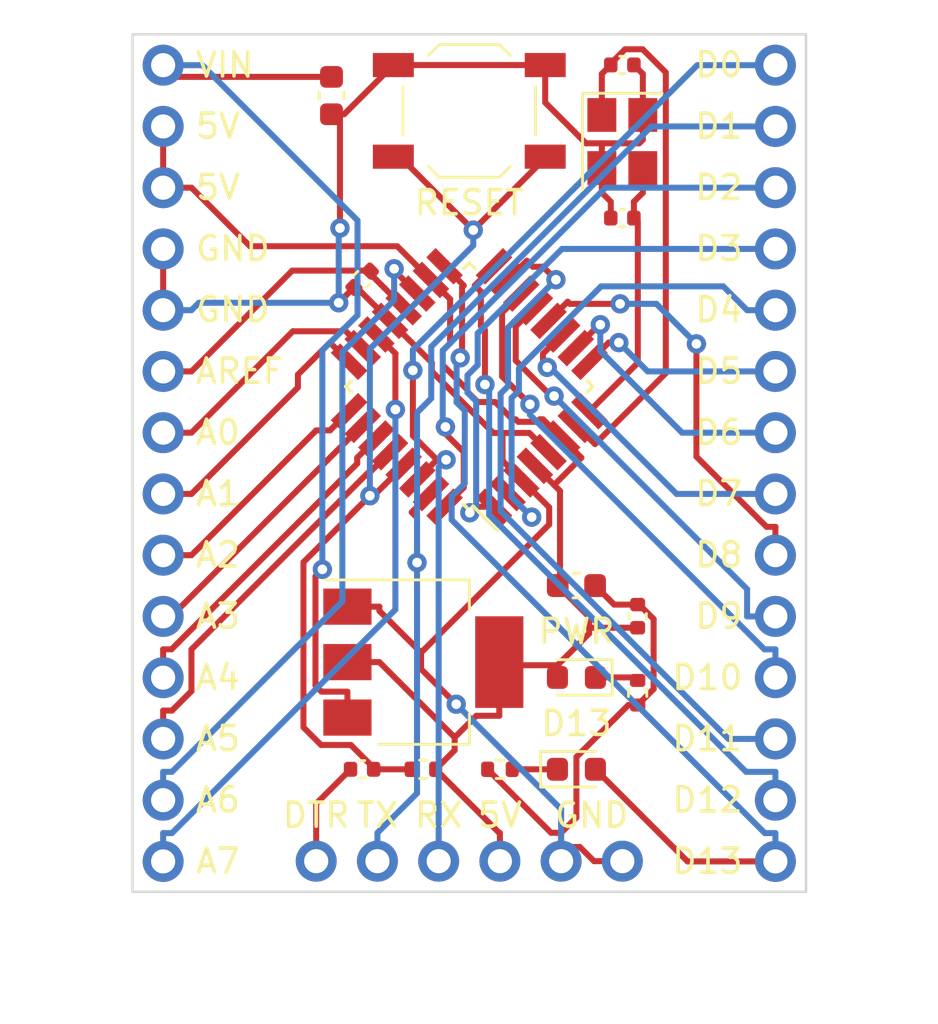
<source format=kicad_pcb>
(kicad_pcb (version 20211014) (generator pcbnew)
  (layers (0 "F.Cu" signal) (31 "B.Cu" signal) (34 "B.Paste" user) (35 "F.Paste" user) (36 "B.SilkS" user "B.Silkscreen") (37 "F.SilkS" user "F.Silkscreen") (38 "B.Mask" user) (39 "F.Mask" user) (44 "Edge.Cuts" user))
  (net 0 "")
  (net 1 "VIN")
  (net 2 "GND")
  (net 3 "+5V")
  (net 4 "AREF")
  (net 5 "Net-(C5-Pad1)")
  (net 6 "Net-(C6-Pad1)")
  (net 7 "Net-(C7-Pad1)")
  (net 8 "DTR")
  (net 9 "Net-(D1-Pad1)")
  (net 10 "D13")
  (net 11 "Net-(D2-Pad1)")
  (net 12 "D3")
  (net 13 "D4")
  (net 14 "D5")
  (net 15 "D6")
  (net 16 "D7")
  (net 17 "D8")
  (net 18 "D9")
  (net 19 "D10")
  (net 20 "D11")
  (net 21 "D12")
  (net 22 "A6")
  (net 23 "A7")
  (net 24 "A0")
  (net 25 "A1")
  (net 26 "A2")
  (net 27 "A3")
  (net 28 "A4")
  (net 29 "A5")
  (net 30 "RXI")
  (net 31 "TXO")
  (net 32 "D2")
  (footprint "Package_QFP:TQFP-32_7x7mm_P0.8mm" (layer "F.Cu") (at 191.77 86.995 135)
    (fp_text reference "U2" hide)
    (fp_text value "ATmega328P-AU")
    (pad "1" smd rect (at -4.25 -2.8 135) (size 1.6 0.55) (layers "F.Cu" "F.Paste" "F.Mask") (net 12 "D3"))
    (pad "2" smd rect (at -4.25 -2 135) (size 1.6 0.55) (layers "F.Cu" "F.Paste" "F.Mask") (net 13 "D4"))
    (pad "3" smd rect (at -4.25 -1.2 135) (size 1.6 0.55) (layers "F.Cu" "F.Paste" "F.Mask") (net 2 "GND"))
    (pad "4" smd rect (at -4.25 -0.4 135) (size 1.6 0.55) (layers "F.Cu" "F.Paste" "F.Mask") (net 3 "+5V"))
    (pad "5" smd rect (at -4.25 0.4 135) (size 1.6 0.55) (layers "F.Cu" "F.Paste" "F.Mask") (net 2 "GND"))
    (pad "6" smd rect (at -4.25 1.2 135) (size 1.6 0.55) (layers "F.Cu" "F.Paste" "F.Mask") (net 3 "+5V"))
    (pad "7" smd rect (at -4.25 2 135) (size 1.6 0.55) (layers "F.Cu" "F.Paste" "F.Mask") (net 5 "Net-(C5-Pad1)"))
    (pad "8" smd rect (at -4.25 2.8 135) (size 1.6 0.55) (layers "F.Cu" "F.Paste" "F.Mask") (net 6 "Net-(C6-Pad1)"))
    (pad "9" smd rect (at -2.8 4.25 225) (size 1.6 0.55) (layers "F.Cu" "F.Paste" "F.Mask") (net 14 "D5"))
    (pad "10" smd rect (at -2 4.25 225) (size 1.6 0.55) (layers "F.Cu" "F.Paste" "F.Mask") (net 15 "D6"))
    (pad "11" smd rect (at -1.2 4.25 225) (size 1.6 0.55) (layers "F.Cu" "F.Paste" "F.Mask") (net 16 "D7"))
    (pad "12" smd rect (at -0.4 4.25 225) (size 1.6 0.55) (layers "F.Cu" "F.Paste" "F.Mask") (net 17 "D8"))
    (pad "13" smd rect (at 0.4 4.25 225) (size 1.6 0.55) (layers "F.Cu" "F.Paste" "F.Mask") (net 18 "D9"))
    (pad "14" smd rect (at 1.2 4.25 225) (size 1.6 0.55) (layers "F.Cu" "F.Paste" "F.Mask") (net 19 "D10"))
    (pad "15" smd rect (at 2 4.25 225) (size 1.6 0.55) (layers "F.Cu" "F.Paste" "F.Mask") (net 20 "D11"))
    (pad "16" smd rect (at 2.8 4.25 225) (size 1.6 0.55) (layers "F.Cu" "F.Paste" "F.Mask") (net 21 "D12"))
    (pad "17" smd rect (at 4.25 2.8 135) (size 1.6 0.55) (layers "F.Cu" "F.Paste" "F.Mask") (net 10 "D13"))
    (pad "18" smd rect (at 4.25 2 135) (size 1.6 0.55) (layers "F.Cu" "F.Paste" "F.Mask") (net 3 "+5V"))
    (pad "19" smd rect (at 4.25 1.2 135) (size 1.6 0.55) (layers "F.Cu" "F.Paste" "F.Mask") (net 22 "A6"))
    (pad "20" smd rect (at 4.25 0.4 135) (size 1.6 0.55) (layers "F.Cu" "F.Paste" "F.Mask") (net 4 "AREF"))
    (pad "21" smd rect (at 4.25 -0.4 135) (size 1.6 0.55) (layers "F.Cu" "F.Paste" "F.Mask") (net 2 "GND"))
    (pad "22" smd rect (at 4.25 -1.2 135) (size 1.6 0.55) (layers "F.Cu" "F.Paste" "F.Mask") (net 23 "A7"))
    (pad "23" smd rect (at 4.25 -2 135) (size 1.6 0.55) (layers "F.Cu" "F.Paste" "F.Mask") (net 24 "A0"))
    (pad "24" smd rect (at 4.25 -2.8 135) (size 1.6 0.55) (layers "F.Cu" "F.Paste" "F.Mask") (net 25 "A1"))
    (pad "25" smd rect (at 2.8 -4.25 225) (size 1.6 0.55) (layers "F.Cu" "F.Paste" "F.Mask") (net 26 "A2"))
    (pad "26" smd rect (at 2 -4.25 225) (size 1.6 0.55) (layers "F.Cu" "F.Paste" "F.Mask") (net 27 "A3"))
    (pad "27" smd rect (at 1.2 -4.25 225) (size 1.6 0.55) (layers "F.Cu" "F.Paste" "F.Mask") (net 28 "A4"))
    (pad "28" smd rect (at 0.4 -4.25 225) (size 1.6 0.55) (layers "F.Cu" "F.Paste" "F.Mask") (net 29 "A5"))
    (pad "29" smd rect (at -0.4 -4.25 225) (size 1.6 0.55) (layers "F.Cu" "F.Paste" "F.Mask") (net 7 "Net-(C7-Pad1)"))
    (pad "30" smd rect (at -1.2 -4.25 225) (size 1.6 0.55) (layers "F.Cu" "F.Paste" "F.Mask") (net 30 "RXI"))
    (pad "31" smd rect (at -2 -4.25 225) (size 1.6 0.55) (layers "F.Cu" "F.Paste" "F.Mask") (net 31 "TXO"))
    (pad "32" smd rect (at -2.8 -4.25 225) (size 1.6 0.55) (layers "F.Cu" "F.Paste" "F.Mask") (net 32 "D2"))
  )
  (footprint "Capacitor_SMD:C_0402_1005Metric" (layer "F.Cu") (at 198.12 80.01 180)
    (fp_text reference "C6" hide)
    (fp_text value "22pF")
    (pad "1" smd roundrect (at -0.48 0 180) (size 0.56 0.62) (layers "F.Cu" "F.Paste" "F.Mask") (net 6 "Net-(C6-Pad1)"))
    (pad "2" smd roundrect (at 0.48 0 180) (size 0.56 0.62) (layers "F.Cu" "F.Paste" "F.Mask") (net 2 "GND"))
  )
  (footprint "Connector_PinHeader_2.54mm:PinHeader_1x14_P2.54mm_Vertical" (layer "F.Cu") (at 179.07 73.67)
    (fp_text reference "J3" hide)
    (fp_text value "Conn_01x14_Male")
    (pad "1" thru_hole circle (at 0 0) (size 1.7 1.7) (drill 1) (layers *.Cu *.Mask) (net 1 "VIN"))
    (pad "2" thru_hole oval (at 0 2.54) (size 1.7 1.7) (drill 1) (layers *.Cu *.Mask) (net 3 "+5V"))
    (pad "3" thru_hole oval (at 0 5.08) (size 1.7 1.7) (drill 1) (layers *.Cu *.Mask) (net 3 "+5V"))
    (pad "4" thru_hole oval (at 0 7.62) (size 1.7 1.7) (drill 1) (layers *.Cu *.Mask) (net 2 "GND"))
    (pad "5" thru_hole oval (at 0 10.16) (size 1.7 1.7) (drill 1) (layers *.Cu *.Mask) (net 2 "GND"))
    (pad "6" thru_hole oval (at 0 12.7) (size 1.7 1.7) (drill 1) (layers *.Cu *.Mask) (net 4 "AREF"))
    (pad "7" thru_hole oval (at 0 15.24) (size 1.7 1.7) (drill 1) (layers *.Cu *.Mask) (net 24 "A0"))
    (pad "8" thru_hole oval (at 0 17.78) (size 1.7 1.7) (drill 1) (layers *.Cu *.Mask) (net 25 "A1"))
    (pad "9" thru_hole oval (at 0 20.32) (size 1.7 1.7) (drill 1) (layers *.Cu *.Mask) (net 26 "A2"))
    (pad "10" thru_hole oval (at 0 22.86) (size 1.7 1.7) (drill 1) (layers *.Cu *.Mask) (net 27 "A3"))
    (pad "11" thru_hole oval (at 0 25.4) (size 1.7 1.7) (drill 1) (layers *.Cu *.Mask) (net 28 "A4"))
    (pad "12" thru_hole oval (at 0 27.94) (size 1.7 1.7) (drill 1) (layers *.Cu *.Mask) (net 29 "A5"))
    (pad "13" thru_hole oval (at 0 30.48) (size 1.7 1.7) (drill 1) (layers *.Cu *.Mask) (net 22 "A6"))
    (pad "14" thru_hole oval (at 0 33.02) (size 1.7 1.7) (drill 1) (layers *.Cu *.Mask) (net 23 "A7"))
  )
  (footprint "Connector_PinHeader_2.54mm:PinHeader_1x14_P2.54mm_Vertical" (layer "F.Cu") (at 204.47 73.67)
    (fp_text reference "J1" hide)
    (fp_text value "Conn_01x14_Male")
    (pad "1" thru_hole circle (at 0 0) (size 1.7 1.7) (drill 1) (layers *.Cu *.Mask) (net 30 "RXI"))
    (pad "2" thru_hole oval (at 0 2.54) (size 1.7 1.7) (drill 1) (layers *.Cu *.Mask) (net 31 "TXO"))
    (pad "3" thru_hole oval (at 0 5.08) (size 1.7 1.7) (drill 1) (layers *.Cu *.Mask) (net 32 "D2"))
    (pad "4" thru_hole oval (at 0 7.62) (size 1.7 1.7) (drill 1) (layers *.Cu *.Mask) (net 12 "D3"))
    (pad "5" thru_hole oval (at 0 10.16) (size 1.7 1.7) (drill 1) (layers *.Cu *.Mask) (net 13 "D4"))
    (pad "6" thru_hole oval (at 0 12.7) (size 1.7 1.7) (drill 1) (layers *.Cu *.Mask) (net 14 "D5"))
    (pad "7" thru_hole oval (at 0 15.24) (size 1.7 1.7) (drill 1) (layers *.Cu *.Mask) (net 15 "D6"))
    (pad "8" thru_hole oval (at 0 17.78) (size 1.7 1.7) (drill 1) (layers *.Cu *.Mask) (net 16 "D7"))
    (pad "9" thru_hole oval (at 0 20.32) (size 1.7 1.7) (drill 1) (layers *.Cu *.Mask) (net 17 "D8"))
    (pad "10" thru_hole oval (at 0 22.86) (size 1.7 1.7) (drill 1) (layers *.Cu *.Mask) (net 18 "D9"))
    (pad "11" thru_hole oval (at 0 25.4) (size 1.7 1.7) (drill 1) (layers *.Cu *.Mask) (net 19 "D10"))
    (pad "12" thru_hole oval (at 0 27.94) (size 1.7 1.7) (drill 1) (layers *.Cu *.Mask) (net 20 "D11"))
    (pad "13" thru_hole oval (at 0 30.48) (size 1.7 1.7) (drill 1) (layers *.Cu *.Mask) (net 21 "D12"))
    (pad "14" thru_hole oval (at 0 33.02) (size 1.7 1.7) (drill 1) (layers *.Cu *.Mask) (net 10 "D13"))
  )
  (footprint "Package_TO_SOT_SMD:SOT-223-3_TabPin2" (layer "F.Cu") (at 189.865 98.425)
    (fp_text reference "U1" hide)
    (fp_text value "AMS1117-5.0")
    (pad "1" smd rect (at -3.15 -2.3) (size 2 1.5) (layers "F.Cu" "F.Paste" "F.Mask") (net 2 "GND"))
    (pad "2" smd rect (at -3.15 0) (size 2 1.5) (layers "F.Cu" "F.Paste" "F.Mask") (net 3 "+5V"))
    (pad "2" smd rect (at 3.15 0) (size 2 3.8) (layers "F.Cu" "F.Paste" "F.Mask") (net 3 "+5V"))
    (pad "3" smd rect (at -3.15 2.3) (size 2 1.5) (layers "F.Cu" "F.Paste" "F.Mask") (net 1 "VIN"))
  )
  (footprint "Capacitor_SMD:C_0402_1005Metric" (layer "F.Cu") (at 198.755 96.52 90)
    (fp_text reference "C2" hide)
    (fp_text value "100nF")
    (pad "1" smd roundrect (at -0.48 0 90) (size 0.56 0.62) (layers "F.Cu" "F.Paste" "F.Mask") (net 3 "+5V"))
    (pad "2" smd roundrect (at 0.48 0 90) (size 0.56 0.62) (layers "F.Cu" "F.Paste" "F.Mask") (net 2 "GND"))
  )
  (footprint "Capacitor_SMD:C_0603_1608Metric" (layer "F.Cu") (at 196.215 95.25)
    (fp_text reference "C3" hide)
    (fp_text value "22μF")
    (pad "1" smd roundrect (at -0.775 0) (size 0.9 0.95) (layers "F.Cu" "F.Paste" "F.Mask") (net 3 "+5V"))
    (pad "2" smd roundrect (at 0.775 0) (size 0.9 0.95) (layers "F.Cu" "F.Paste" "F.Mask") (net 2 "GND"))
  )
  (footprint "Capacitor_SMD:C_0402_1005Metric" (layer "F.Cu") (at 187.325 82.55 45)
    (fp_text reference "C4" hide)
    (fp_text value "100nF")
    (pad "1" smd roundrect (at -0.48 0 45) (size 0.56 0.62) (layers "F.Cu" "F.Paste" "F.Mask") (net 2 "GND"))
    (pad "2" smd roundrect (at 0.48 0 45) (size 0.56 0.62) (layers "F.Cu" "F.Paste" "F.Mask") (net 4 "AREF"))
  )
  (footprint "Resistor_SMD:R_0402_1005Metric" (layer "F.Cu") (at 198.755 99.695 -90)
    (fp_text reference "R2" hide)
    (fp_text value "10KΩ")
    (pad "1" smd roundrect (at -0.51 0 270) (size 0.54 0.64) (layers "F.Cu" "F.Paste" "F.Mask") (net 11 "Net-(D2-Pad1)"))
    (pad "2" smd roundrect (at 0.51 0 270) (size 0.54 0.64) (layers "F.Cu" "F.Paste" "F.Mask") (net 2 "GND"))
  )
  (footprint "Crystal:Crystal_SMD_3225-4Pin_3.2x2.5mm" (layer "F.Cu") (at 198.12 76.835 -90)
    (fp_text reference "Y1" hide)
    (fp_text value "Crystal_GND24")
    (pad "1" smd rect (at -1.1 0.85 270) (size 1.4 1.2) (layers "F.Cu" "F.Paste" "F.Mask") (net 5 "Net-(C5-Pad1)"))
    (pad "2" smd rect (at 1.1 0.85 270) (size 1.4 1.2) (layers "F.Cu" "F.Paste" "F.Mask") (net 2 "GND"))
    (pad "3" smd rect (at 1.1 -0.85 270) (size 1.4 1.2) (layers "F.Cu" "F.Paste" "F.Mask") (net 6 "Net-(C6-Pad1)"))
    (pad "4" smd rect (at -1.1 -0.85 270) (size 1.4 1.2) (layers "F.Cu" "F.Paste" "F.Mask") (net 2 "GND"))
  )
  (footprint "Capacitor_SMD:C_0603_1608Metric" (layer "F.Cu") (at 186.055 74.93 -90)
    (fp_text reference "C1" hide)
    (fp_text value "10μF")
    (pad "1" smd roundrect (at -0.775 0 270) (size 0.9 0.95) (layers "F.Cu" "F.Paste" "F.Mask") (net 1 "VIN"))
    (pad "2" smd roundrect (at 0.775 0 270) (size 0.9 0.95) (layers "F.Cu" "F.Paste" "F.Mask") (net 2 "GND"))
  )
  (footprint "Capacitor_SMD:C_0402_1005Metric" (layer "F.Cu") (at 198.12 73.66)
    (fp_text reference "C5" hide)
    (fp_text value "22pF")
    (pad "1" smd roundrect (at -0.48 0) (size 0.56 0.62) (layers "F.Cu" "F.Paste" "F.Mask") (net 5 "Net-(C5-Pad1)"))
    (pad "2" smd roundrect (at 0.48 0) (size 0.56 0.62) (layers "F.Cu" "F.Paste" "F.Mask") (net 2 "GND"))
  )
  (footprint "LED_SMD:LED_0603_1608Metric" (layer "F.Cu") (at 196.215 102.87)
    (fp_text reference "D1" hide)
    (fp_text value "19-217/BHC-ZL1M2RY/3T")
    (pad "1" smd roundrect (at -0.7875 0) (size 0.875 0.95) (layers "F.Cu" "F.Paste" "F.Mask") (net 9 "Net-(D1-Pad1)"))
    (pad "2" smd roundrect (at 0.7875 0) (size 0.875 0.95) (layers "F.Cu" "F.Paste" "F.Mask") (net 10 "D13"))
  )
  (footprint "Capacitor_SMD:C_0402_1005Metric" (layer "F.Cu") (at 187.325 102.87 180)
    (fp_text reference "C7" hide)
    (fp_text value "100nF")
    (pad "1" smd roundrect (at -0.48 0 180) (size 0.56 0.62) (layers "F.Cu" "F.Paste" "F.Mask") (net 7 "Net-(C7-Pad1)"))
    (pad "2" smd roundrect (at 0.48 0 180) (size 0.56 0.62) (layers "F.Cu" "F.Paste" "F.Mask") (net 8 "DTR"))
  )
  (footprint "Button_Switch_SMD:SW_SPST_TL3342" (layer "F.Cu") (at 191.77 75.565)
    (fp_text reference "SW1" hide)
    (fp_text value "SW_Push")
    (pad "1" smd rect (at -3.15 -1.9) (size 1.7 1) (layers "F.Cu" "F.Paste" "F.Mask") (net 2 "GND"))
    (pad "1" smd rect (at 3.15 -1.9) (size 1.7 1) (layers "F.Cu" "F.Paste" "F.Mask") (net 2 "GND"))
    (pad "2" smd rect (at 3.15 1.9) (size 1.7 1) (layers "F.Cu" "F.Paste" "F.Mask") (net 7 "Net-(C7-Pad1)"))
    (pad "2" smd rect (at -3.15 1.9) (size 1.7 1) (layers "F.Cu" "F.Paste" "F.Mask") (net 7 "Net-(C7-Pad1)"))
  )
  (footprint "Connector_PinHeader_2.54mm:PinHeader_1x06_P2.54mm_Vertical" (layer "F.Cu") (at 185.42 106.68 90)
    (fp_text reference "J2" hide)
    (fp_text value "Conn_01x06_Male")
    (pad "1" thru_hole circle (at 0 0 90) (size 1.7 1.7) (drill 1) (layers *.Cu *.Mask) (net 8 "DTR"))
    (pad "2" thru_hole oval (at 0 2.54 90) (size 1.7 1.7) (drill 1) (layers *.Cu *.Mask) (net 31 "TXO"))
    (pad "3" thru_hole oval (at 0 5.08 90) (size 1.7 1.7) (drill 1) (layers *.Cu *.Mask) (net 30 "RXI"))
    (pad "4" thru_hole oval (at 0 7.62 90) (size 1.7 1.7) (drill 1) (layers *.Cu *.Mask) (net 3 "+5V"))
    (pad "5" thru_hole oval (at 0 10.16 90) (size 1.7 1.7) (drill 1) (layers *.Cu *.Mask) (net 2 "GND"))
    (pad "6" thru_hole oval (at 0 12.7 90) (size 1.7 1.7) (drill 1) (layers *.Cu *.Mask) (net 2 "GND"))
  )
  (footprint "LED_SMD:LED_0603_1608Metric" (layer "F.Cu") (at 196.215 99.06 180)
    (fp_text reference "D2" hide)
    (fp_text value "19-217/GHC-YR1S2/3T")
    (pad "1" smd roundrect (at -0.7875 0 180) (size 0.875 0.95) (layers "F.Cu" "F.Paste" "F.Mask") (net 11 "Net-(D2-Pad1)"))
    (pad "2" smd roundrect (at 0.7875 0 180) (size 0.875 0.95) (layers "F.Cu" "F.Paste" "F.Mask") (net 3 "+5V"))
  )
  (footprint "Resistor_SMD:R_0402_1005Metric" (layer "F.Cu") (at 189.865 102.87)
    (fp_text reference "R3" hide)
    (fp_text value "10KΩ")
    (pad "1" smd roundrect (at -0.51 0) (size 0.54 0.64) (layers "F.Cu" "F.Paste" "F.Mask") (net 7 "Net-(C7-Pad1)"))
    (pad "2" smd roundrect (at 0.51 0) (size 0.54 0.64) (layers "F.Cu" "F.Paste" "F.Mask") (net 3 "+5V"))
  )
  (footprint "Resistor_SMD:R_0402_1005Metric" (layer "F.Cu") (at 193.04 102.87 180)
    (fp_text reference "R1" hide)
    (fp_text value "10KΩ")
    (pad "1" smd roundrect (at -0.51 0 180) (size 0.54 0.64) (layers "F.Cu" "F.Paste" "F.Mask") (net 9 "Net-(D1-Pad1)"))
    (pad "2" smd roundrect (at 0.51 0 180) (size 0.54 0.64) (layers "F.Cu" "F.Paste" "F.Mask") (net 2 "GND"))
  )
  (gr_rect (start 177.8 72.39) (end 205.74 107.95) (layer "Edge.Cuts") (width 0.1) (fill none))
  (gr_text "A1" (at 180.34 91.44) (layer "F.SilkS") (effects (font (size 1 1)) (justify left)))
  (gr_text "D2" (at 203.2 78.74) (layer "F.SilkS") (effects (font (size 1 1)) (justify right)))
  (gr_text "D12" (at 203.2 104.14) (layer "F.SilkS") (effects (font (size 1 1)) (justify right)))
  (gr_text "5V" (at 193.04 104.775) (layer "F.SilkS") (effects (font (size 1 1))))
  (gr_text "A0" (at 180.34 88.9) (layer "F.SilkS") (effects (font (size 1 1)) (justify left)))
  (gr_text "A6" (at 180.34 104.14) (layer "F.SilkS") (effects (font (size 1 1)) (justify left)))
  (gr_text "5V" (at 180.34 76.2) (layer "F.SilkS") (effects (font (size 1 1)) (justify left)))
  (gr_text "D0" (at 203.2 73.66) (layer "F.SilkS") (effects (font (size 1 1)) (justify right)))
  (gr_text "TX" (at 187.96 104.775) (layer "F.SilkS") (effects (font (size 1 1))))
  (gr_text "D1" (at 203.2 76.2) (layer "F.SilkS") (effects (font (size 1 1)) (justify right)))
  (gr_text "PWR" (at 196.215 97.155) (layer "F.SilkS") (effects (font (size 1 1))))
  (gr_text "VIN" (at 180.34 73.66) (layer "F.SilkS") (effects (font (size 1 1)) (justify left)))
  (gr_text "D9" (at 203.2 96.52) (layer "F.SilkS") (effects (font (size 1 1)) (justify right)))
  (gr_text "RESET" (at 191.77 79.375) (layer "F.SilkS") (effects (font (size 1 1))))
  (gr_text "A5" (at 180.34 101.6) (layer "F.SilkS") (effects (font (size 1 1)) (justify left)))
  (gr_text "A7" (at 180.34 106.68) (layer "F.SilkS") (effects (font (size 1 1)) (justify left)))
  (gr_text "5V" (at 180.34 78.74) (layer "F.SilkS") (effects (font (size 1 1)) (justify left)))
  (gr_text "D4" (at 203.2 83.82) (layer "F.SilkS") (effects (font (size 1 1)) (justify right)))
  (gr_text "GND" (at 196.85 104.775) (layer "F.SilkS") (effects (font (size 1 1))))
  (gr_text "A3" (at 180.34 96.52) (layer "F.SilkS") (effects (font (size 1 1)) (justify left)))
  (gr_text "GND" (at 180.34 83.804192) (layer "F.SilkS") (effects (font (size 1 1)) (justify left)))
  (gr_text "AREF" (at 182.245 86.36) (layer "F.SilkS") (effects (font (size 1 1))))
  (gr_text "D13" (at 196.215 100.965) (layer "F.SilkS") (effects (font (size 1 1))))
  (gr_text "A2" (at 180.34 93.98) (layer "F.SilkS") (effects (font (size 1 1)) (justify left)))
  (gr_text "D5" (at 203.2 86.36) (layer "F.SilkS") (effects (font (size 1 1)) (justify right)))
  (gr_text "D11" (at 203.2 101.6) (layer "F.SilkS") (effects (font (size 1 1)) (justify right)))
  (gr_text "RX" (at 190.5 104.775) (layer "F.SilkS") (effects (font (size 1 1))))
  (gr_text "DTR" (at 185.42 104.775) (layer "F.SilkS") (effects (font (size 1 1))))
  (gr_text "D7" (at 203.2 91.44) (layer "F.SilkS") (effects (font (size 1 1)) (justify right)))
  (gr_text "GND" (at 180.34 81.28) (layer "F.SilkS") (effects (font (size 1 1)) (justify left)))
  (gr_text "D3" (at 203.2 81.28) (layer "F.SilkS") (effects (font (size 1 1)) (justify right)))
  (gr_text "D10" (at 203.2 99.06) (layer "F.SilkS") (effects (font (size 1 1)) (justify right)))
  (gr_text "D8" (at 203.2 93.98) (layer "F.SilkS") (effects (font (size 1 1)) (justify right)))
  (gr_text "D6" (at 203.2 88.9) (layer "F.SilkS") (effects (font (size 1 1)) (justify right)))
  (gr_text "A4" (at 180.34 99.06) (layer "F.SilkS") (effects (font (size 1 1)) (justify left)))
  (gr_text "D13" (at 203.2 106.68) (layer "F.SilkS") (effects (font (size 1 1)) (justify right)))
  (segment (start 185.3898 99.3998) (end 185.6399 99.6499) (width 0.25) (layer "F.Cu") (net 1))
  (segment (start 185.3898 94.8644) (end 185.3898 99.3998) (width 0.25) (layer "F.Cu") (net 1))
  (segment (start 185.6399 99.6499) (end 186.715 99.6499) (width 0.25) (layer "F.Cu") (net 1))
  (segment (start 186.715 100.725) (end 186.715 99.6499) (width 0.25) (layer "F.Cu") (net 1))
  (segment (start 185.6754 94.5788) (end 185.3898 94.8644) (width 0.25) (layer "F.Cu") (net 1))
  (segment (start 179.555 74.155) (end 179.07 73.67) (width 0.25) (layer "F.Cu") (net 1))
  (segment (start 186.055 74.155) (end 179.555 74.155) (width 0.25) (layer "F.Cu") (net 1))
  (via (at 185.6754 94.5788) (size 0.8) (drill 0.4) (layers "F.Cu" "B.Cu") (net 1))
  (segment (start 187.1339 80.1081) (end 187.1339 84.0378) (width 0.25) (layer "B.Cu") (net 1))
  (segment (start 179.07 73.67) (end 180.6958 73.67) (width 0.25) (layer "B.Cu") (net 1))
  (segment (start 187.1339 84.0378) (end 185.6754 85.4963) (width 0.25) (layer "B.Cu") (net 1))
  (segment (start 185.6754 85.4963) (end 185.6754 94.5788) (width 0.25) (layer "B.Cu") (net 1))
  (segment (start 180.6958 73.67) (end 187.1339 80.1081) (width 0.25) (layer "B.Cu") (net 1))
  (segment (start 186.58 75.705) (end 188.62 73.665) (width 0.25) (layer "F.Cu") (net 2))
  (segment (start 195.58 106.0924) (end 196.3573 106.0924) (width 0.25) (layer "F.Cu") (net 2))
  (segment (start 193.9267 90.8487) (end 194.7223 91.6443) (width 0.25) (layer "F.Cu") (net 2))
  (segment (start 197.27 76.9099) (end 198.8202 76.9099) (width 0.25) (layer "F.Cu") (net 2))
  (segment (start 186.9856 82.8894) (end 186.3523 83.5227) (width 0.25) (layer "F.Cu") (net 2))
  (segment (start 197.27 76.9099) (end 196.6099 76.9099) (width 0.25) (layer "F.Cu") (net 2))
  (segment (start 189.2776 85.0682) (end 190.2179 86.0085) (width 0.25) (layer "F.Cu") (net 2))
  (segment (start 198.97 74.0299) (end 198.97 75.735) (width 0.25) (layer "F.Cu") (net 2))
  (segment (start 198.9699 74.0299) (end 198.97 74.0299) (width 0.25) (layer "F.Cu") (net 2))
  (segment (start 196.3573 106.0924) (end 196.9449 106.68) (width 0.25) (layer "F.Cu") (net 2))
  (segment (start 198.6 73.66) (end 198.9699 74.0299) (width 0.25) (layer "F.Cu") (net 2))
  (segment (start 195.0839 92.0059) (end 195.0839 92.7174) (width 0.25) (layer "F.Cu") (net 2))
  (segment (start 195.0839 92.7174) (end 189.7711 98.0302) (width 0.25) (layer "F.Cu") (net 2))
  (segment (start 179.07 83.83) (end 179.07 81.29) (width 0.25) (layer "F.Cu") (net 2))
  (segment (start 186.055 75.705) (end 186.4055 75.705) (width 0.25) (layer "F.Cu") (net 2))
  (segment (start 198.97 75.735) (end 198.97 76.7601) (width 0.25) (layer "F.Cu") (net 2))
  (segment (start 197.64 79.3301) (end 197.64 80.01) (width 0.25) (layer "F.Cu") (net 2))
  (segment (start 187.0988 82.8894) (end 186.9856 82.8894) (width 0.25) (layer "F.Cu") (net 2))
  (segment (start 198.12 106.68) (end 196.9449 106.68) (width 0.25) (layer "F.Cu") (net 2))
  (segment (start 192.7659 88.9217) (end 193.1488 88.9217) (width 0.25) (layer "F.Cu") (net 2))
  (segment (start 196.6099 76.9099) (end 194.92 75.22) (width 0.25) (layer "F.Cu") (net 2))
  (segment (start 194.2624 88.9218) (end 193.1488 88.9218) (width 0.25) (layer "F.Cu") (net 2))
  (segment (start 195.1649 105.5049) (end 195.58 105.5049) (width 0.25) (layer "F.Cu") (net 2))
  (segment (start 193.1488 90.0708) (end 193.1488 88.9218) (width 0.25) (layer "F.Cu") (net 2))
  (segment (start 189.7711 98.7136) (end 191.2281 100.1706) (width 0.25) (layer "F.Cu") (net 2))
  (segment (start 188.0401 96.2992) (end 188.0401 96.125) (width 0.25) (layer "F.Cu") (net 2))
  (segment (start 198.3697 100.205) (end 196.215 102.3597) (width 0.25) (layer "F.Cu") (net 2))
  (segment (start 192.53 102.87) (end 195.1649 105.5049) (width 0.25) (layer "F.Cu") (net 2))
  (segment (start 189.7711 98.0302) (end 188.0401 96.2992) (width 0.25) (layer "F.Cu") (net 2))
  (segment (start 188.482 84.2726) (end 187.0988 82.8894) (width 0.25) (layer "F.Cu") (net 2))
  (segment (start 195.58 106.68) (end 195.58 106.0924) (width 0.25) (layer "F.Cu") (net 2))
  (segment (start 190.2179 86.0085) (end 190.2179 86.3737) (width 0.25) (layer "F.Cu") (net 2))
  (segment (start 194.7223 91.6443) (end 195.0839 92.0059) (width 0.25) (layer "F.Cu") (net 2))
  (segment (start 186.715 96.125) (end 188.0401 96.125) (width 0.25) (layer "F.Cu") (net 2))
  (segment (start 197.27 77.935) (end 197.27 76.9099) (width 0.25) (layer "F.Cu") (net 2))
  (segment (start 190.2179 86.3737) (end 192.7659 88.9217) (width 0.25) (layer "F.Cu") (net 2))
  (segment (start 196.215 104.8699) (end 195.58 105.5049) (width 0.25) (layer "F.Cu") (net 2))
  (segment (start 194.92 73.665) (end 188.62 73.665) (width 0.25) (layer "F.Cu") (net 2))
  (segment (start 197.27 78.9601) (end 197.64 79.3301) (width 0.25) (layer "F.Cu") (net 2))
  (segment (start 198.755 96.04) (end 197.78 96.04) (width 0.25) (layer "F.Cu") (net 2))
  (segment (start 189.7711 98.0302) (end 189.7711 98.7136) (width 0.25) (layer "F.Cu") (net 2))
  (segment (start 196.215 102.3597) (end 196.215 104.8699) (width 0.25) (layer "F.Cu") (net 2))
  (segment (start 186.4055 75.705) (end 186.4055 80.4258) (width 0.25) (layer "F.Cu") (net 2))
  (segment (start 194.92 75.22) (end 194.92 73.665) (width 0.25) (layer "F.Cu") (net 2))
  (segment (start 198.8202 76.9099) (end 198.97 76.7601) (width 0.25) (layer "F.Cu") (net 2))
  (segment (start 198.8191 96.04) (end 199.4168 96.6377) (width 0.25) (layer "F.Cu") (net 2))
  (segment (start 193.1488 88.9217) (end 193.1488 88.9218) (width 0.25) (layer "F.Cu") (net 2))
  (segment (start 188.482 84.2726) (end 189.2776 85.0682) (width 0.25) (layer "F.Cu") (net 2))
  (segment (start 198.755 100.205) (end 198.3697 100.205) (width 0.25) (layer "F.Cu") (net 2))
  (segment (start 197.78 96.04) (end 196.99 95.25) (width 0.25) (layer "F.Cu") (net 2))
  (segment (start 195.058 89.7174) (end 194.2624 88.9218) (width 0.25) (layer "F.Cu") (net 2))
  (segment (start 199.4168 99.5432) (end 198.755 100.205) (width 0.25) (layer "F.Cu") (net 2))
  (segment (start 198.755 96.04) (end 198.8191 96.04) (width 0.25) (layer "F.Cu") (net 2))
  (segment (start 197.27 77.935) (end 197.27 78.9601) (width 0.25) (layer "F.Cu") (net 2))
  (segment (start 199.4168 96.6377) (end 199.4168 99.5432) (width 0.25) (layer "F.Cu") (net 2))
  (segment (start 193.9267 90.8487) (end 193.1488 90.0708) (width 0.25) (layer "F.Cu") (net 2))
  (segment (start 186.055 75.705) (end 186.58 75.705) (width 0.25) (layer "F.Cu") (net 2))
  (segment (start 195.58 106.0924) (end 195.58 105.5049) (width 0.25) (layer "F.Cu") (net 2))
  (via (at 186.4055 80.4258) (size 0.8) (drill 0.4) (layers "F.Cu" "B.Cu") (net 2))
  (via (at 186.3523 83.5227) (size 0.8) (drill 0.4) (layers "F.Cu" "B.Cu") (net 2))
  (via (at 191.2281 100.1706) (size 0.8) (drill 0.4) (layers "F.Cu" "B.Cu") (net 2))
  (segment (start 186.3523 80.479) (end 186.4055 80.4258) (width 0.25) (layer "B.Cu") (net 2))
  (segment (start 180.2451 83.83) (end 180.5524 83.5227) (width 0.25) (layer "B.Cu") (net 2))
  (segment (start 179.07 83.83) (end 180.2451 83.83) (width 0.25) (layer "B.Cu") (net 2))
  (segment (start 195.58 106.68) (end 195.58 104.5225) (width 0.25) (layer "B.Cu") (net 2))
  (segment (start 186.3523 83.5227) (end 186.3523 80.479) (width 0.25) (layer "B.Cu") (net 2))
  (segment (start 195.58 104.5225) (end 191.2281 100.1706) (width 0.25) (layer "B.Cu") (net 2))
  (segment (start 180.5524 83.5227) (end 186.3523 83.5227) (width 0.25) (layer "B.Cu") (net 2))
  (segment (start 186.715 98.425) (end 188.0401 98.425) (width 0.25) (layer "F.Cu") (net 3))
  (segment (start 193.7984 88.4598) (end 194.5876 88.4598) (width 0.25) (layer "F.Cu") (net 3))
  (segment (start 191.6951 87.1334) (end 191.6951 87.2143) (width 0.25) (layer "F.Cu") (net 3))
  (segment (start 190.5768 82.9734) (end 190.179 82.5756) (width 0.25) (layer "F.Cu") (net 3))
  (segment (start 194.5876 88.4598) (end 194.6913 88.3561) (width 0.25) (layer "F.Cu") (net 3))
  (segment (start 195.534 91.3246) (end 195.288 91.0786) (width 0.25) (layer "F.Cu") (net 3))
  (segment (start 193.04 106.68) (end 193.04 105.5049) (width 0.25) (layer "F.Cu") (net 3))
  (segment (start 193.015 98.425) (end 193.015 98.5542) (width 0.25) (layer "F.Cu") (net 3))
  (segment (start 190.375 102.87) (end 191.1642 102.0808) (width 0.25) (layer "F.Cu") (net 3))
  (segment (start 195.288 91.0786) (end 196.4193 89.9473) (width 0.25) (layer "F.Cu") (net 3))
  (segment (start 195.44 95.25) (end 195.534 95.156) (width 0.25) (layer "F.Cu") (net 3))
  (segment (start 196.7454 97) (end 196.7454 97.2363) (width 0.25) (layer "F.Cu") (net 3))
  (segment (start 196.7454 97) (end 196.7454 96.5554) (width 0.25) (layer "F.Cu") (net 3))
  (segment (start 196.0215 89.5495) (end 195.6237 89.1517) (width 0.25) (layer "F.Cu") (net 3))
  (segment (start 192.0632 100.6501) (end 193.015 100.6501) (width 0.25) (layer "F.Cu") (net 3))
  (segment (start 196.7454 97.2363) (end 195.4275 98.5542) (width 0.25) (layer "F.Cu") (net 3))
  (segment (start 191.1642 101.5491) (end 192.0632 100.6501) (width 0.25) (layer "F.Cu") (net 3))
  (segment (start 195.4275 99.06) (end 195.4275 98.5542) (width 0.25) (layer "F.Cu") (net 3))
  (segment (start 179.07 78.75) (end 179.07 76.21) (width 0.25) (layer "F.Cu") (net 3))
  (segment (start 194.6913 88.3561) (end 194.8281 88.3561) (width 0.25) (layer "F.Cu") (net 3))
  (segment (start 190.179 82.5756) (end 188.7813 81.1779) (width 0.25) (layer "F.Cu") (net 3))
  (segment (start 193.0099 105.5049) (end 193.04 105.5049) (width 0.25) (layer "F.Cu") (net 3))
  (segment (start 190.375 102.87) (end 193.0099 105.5049) (width 0.25) (layer "F.Cu") (net 3))
  (segment (start 195.4275 98.5542) (end 193.015 98.5542) (width 0.25) (layer "F.Cu") (net 3))
  (segment (start 196.0215 89.5495) (end 196.4193 89.9473) (width 0.25) (layer "F.Cu") (net 3))
  (segment (start 192.1199 87.6391) (end 192.8422 87.6391) (width 0.25) (layer "F.Cu") (net 3))
  (segment (start 190.668 86.1063) (end 191.6951 87.1334) (width 0.25) (layer "F.Cu") (net 3))
  (segment (start 196.7454 96.5554) (end 195.44 95.25) (width 0.25) (layer "F.Cu") (net 3))
  (segment (start 193.015 98.5542) (end 193.015 100.6501) (width 0.25) (layer "F.Cu") (net 3))
  (segment (start 196.7454 97) (end 198.755 97) (width 0.25) (layer "F.Cu") (net 3))
  (segment (start 195.534 95.156) (end 195.534 91.3246) (width 0.25) (layer "F.Cu") (net 3))
  (segment (start 194.4924 90.283) (end 195.288 91.0786) (width 0.25) (layer "F.Cu") (net 3))
  (segment (start 191.1642 102.0808) (end 191.1642 101.5491) (width 0.25) (layer "F.Cu") (net 3))
  (segment (start 195.6237 89.1517) (end 194.8281 88.3561) (width 0.25) (layer "F.Cu") (net 3))
  (segment (start 182.673 81.1779) (end 180.2451 78.75) (width 0.25) (layer "F.Cu") (net 3))
  (segment (start 193.6947 88.3561) (end 193.7984 88.4598) (width 0.25) (layer "F.Cu") (net 3))
  (segment (start 191.1642 101.5491) (end 188.0401 98.425) (width 0.25) (layer "F.Cu") (net 3))
  (segment (start 190.9746 83.3711) (end 190.9745 83.3712) (width 0.25) (layer "F.Cu") (net 3))
  (segment (start 190.5768 82.9734) (end 190.9746 83.3711) (width 0.25) (layer "F.Cu") (net 3))
  (segment (start 193.5592 88.3561) (end 193.6947 88.3561) (width 0.25) (layer "F.Cu") (net 3))
  (segment (start 190.668 85.5057) (end 190.668 86.1063) (width 0.25) (layer "F.Cu") (net 3))
  (segment (start 190.9745 83.3712) (end 190.9745 85.1992) (width 0.25) (layer "F.Cu") (net 3))
  (segment (start 192.8422 87.6391) (end 193.5592 88.3561) (width 0.25) (layer "F.Cu") (net 3))
  (segment (start 190.9745 85.1992) (end 190.668 85.5057) (width 0.25) (layer "F.Cu") (net 3))
  (segment (start 188.7813 81.1779) (end 182.673 81.1779) (width 0.25) (layer "F.Cu") (net 3))
  (segment (start 191.6951 87.2143) (end 192.1199 87.6391) (width 0.25) (layer "F.Cu") (net 3))
  (segment (start 179.07 78.75) (end 180.2451 78.75) (width 0.25) (layer "F.Cu") (net 3))
  (segment (start 189.0476 83.707) (end 188.252 82.9114) (width 0.25) (layer "F.Cu") (net 4))
  (segment (start 184.4257 82.1894) (end 180.2451 86.37) (width 0.25) (layer "F.Cu") (net 4))
  (segment (start 187.6644 82.3238) (end 187.6644 82.2106) (width 0.25) (layer "F.Cu") (net 4))
  (segment (start 187.6432 82.1894) (end 184.4257 82.1894) (width 0.25) (layer "F.Cu") (net 4))
  (segment (start 179.07 86.37) (end 180.2451 86.37) (width 0.25) (layer "F.Cu") (net 4))
  (segment (start 188.252 82.9114) (end 187.6644 82.3238) (width 0.25) (layer "F.Cu") (net 4))
  (segment (start 187.6644 82.2106) (end 187.6432 82.1894) (width 0.25) (layer "F.Cu") (net 4))
  (segment (start 199.9232 73.9707) (end 199.9232 86.4435) (width 0.25) (layer "F.Cu") (net 5))
  (segment (start 197.64 73.6028) (end 198.2324 73.0104) (width 0.25) (layer "F.Cu") (net 5))
  (segment (start 199.9232 86.4435) (end 196.9851 89.3816) (width 0.25) (layer "F.Cu") (net 5))
  (segment (start 196.1894 88.586) (end 196.9851 89.3816) (width 0.25) (layer "F.Cu") (net 5))
  (segment (start 197.64 73.66) (end 197.27 74.03) (width 0.25) (layer "F.Cu") (net 5))
  (segment (start 198.2324 73.0104) (end 198.9629 73.0104) (width 0.25) (layer "F.Cu") (net 5))
  (segment (start 198.9629 73.0104) (end 199.9232 73.9707) (width 0.25) (layer "F.Cu") (net 5))
  (segment (start 197.64 73.66) (end 197.64 73.6028) (width 0.25) (layer "F.Cu") (net 5))
  (segment (start 197.27 74.03) (end 197.27 75.735) (width 0.25) (layer "F.Cu") (net 5))
  (segment (start 198.6 80.01) (end 198.7615 80.1715) (width 0.25) (layer "F.Cu") (net 6))
  (segment (start 198.97 78.9601) (end 198.6 79.3301) (width 0.25) (layer "F.Cu") (net 6))
  (segment (start 198.6 79.3301) (end 198.6 80.01) (width 0.25) (layer "F.Cu") (net 6))
  (segment (start 198.7615 86.0139) (end 196.7551 88.0203) (width 0.25) (layer "F.Cu") (net 6))
  (segment (start 198.7615 80.1715) (end 198.7615 86.0139) (width 0.25) (layer "F.Cu") (net 6))
  (segment (start 198.97 77.935) (end 198.97 78.9601) (width 0.25) (layer "F.Cu") (net 6))
  (segment (start 184.8913 101.1297) (end 184.8913 94.2814) (width 0.25) (layer "F.Cu") (net 7))
  (segment (start 188.7294 90.6012) (end 188.252 91.0786) (width 0.25) (layer "F.Cu") (net 7))
  (segment (start 187.6459 91.5268) (end 187.8038 91.5268) (width 0.25) (layer "F.Cu") (net 7))
  (segment (start 188.7294 90.6012) (end 189.0476 90.283) (width 0.25) (layer "F.Cu") (net 7))
  (segment (start 194.92 77.5251) (end 191.9361 80.509) (width 0.25) (layer "F.Cu") (net 7))
  (segment (start 188.8921 77.465) (end 191.9361 80.509) (width 0.25) (layer "F.Cu") (net 7))
  (segment (start 188.62 77.465) (end 188.8921 77.465) (width 0.25) (layer "F.Cu") (net 7))
  (segment (start 187.805 102.8097) (end 186.8578 101.8625) (width 0.25) (layer "F.Cu") (net 7))
  (segment (start 187.8038 91.5268) (end 188.252 91.0786) (width 0.25) (layer "F.Cu") (net 7))
  (segment (start 184.8913 94.2814) (end 187.6459 91.5268) (width 0.25) (layer "F.Cu") (net 7))
  (segment (start 185.6241 101.8625) (end 184.8913 101.1297) (width 0.25) (layer "F.Cu") (net 7))
  (segment (start 189.355 102.87) (end 187.805 102.87) (width 0.25) (layer "F.Cu") (net 7))
  (segment (start 187.805 102.87) (end 187.805 102.8097) (width 0.25) (layer "F.Cu") (net 7))
  (segment (start 186.8578 101.8625) (end 185.6241 101.8625) (width 0.25) (layer "F.Cu") (net 7))
  (segment (start 194.92 77.465) (end 194.92 77.5251) (width 0.25) (layer "F.Cu") (net 7))
  (via (at 187.6459 91.5268) (size 0.8) (drill 0.4) (layers "F.Cu" "B.Cu") (net 7))
  (via (at 191.9361 80.509) (size 0.8) (drill 0.4) (layers "F.Cu" "B.Cu") (net 7))
  (segment (start 187.6459 85.4357) (end 191.9361 81.1455) (width 0.25) (layer "B.Cu") (net 7))
  (segment (start 191.9361 81.1455) (end 191.9361 80.509) (width 0.25) (layer "B.Cu") (net 7))
  (segment (start 187.6459 91.5268) (end 187.6459 85.4357) (width 0.25) (layer "B.Cu") (net 7))
  (segment (start 185.42 106.68) (end 185.42 104.295) (width 0.25) (layer "F.Cu") (net 8))
  (segment (start 185.42 104.295) (end 186.845 102.87) (width 0.25) (layer "F.Cu") (net 8))
  (segment (start 193.55 102.87) (end 195.4275 102.87) (width 0.25) (layer "F.Cu") (net 9))
  (segment (start 197.0025 102.87) (end 200.8225 106.69) (width 0.25) (layer "F.Cu") (net 10))
  (segment (start 191.3931 85.806) (end 191.4713 85.7278) (width 0.25) (layer "F.Cu") (net 10))
  (segment (start 191.4713 82.8744) (end 191.5403 82.8054) (width 0.25) (layer "F.Cu") (net 10))
  (segment (start 200.8225 106.69) (end 204.47 106.69) (width 0.25) (layer "F.Cu") (net 10))
  (segment (start 191.4713 85.7278) (end 191.4713 82.8744) (width 0.25) (layer "F.Cu") (net 10))
  (segment (start 190.7447 82.0099) (end 191.5403 82.8054) (width 0.25) (layer "F.Cu") (net 10))
  (via (at 191.3931 85.806) (size 0.8) (drill 0.4) (layers "F.Cu" "B.Cu") (net 10))
  (segment (start 191.5818 91.0128) (end 191.5818 87.9949) (width 0.25) (layer "B.Cu") (net 10))
  (segment (start 191.2441 87.6572) (end 191.2441 85.955) (width 0.25) (layer "B.Cu") (net 10))
  (segment (start 204.47 106.69) (end 204.47 105.5149) (width 0.25) (layer "B.Cu") (net 10))
  (segment (start 204.0293 105.5149) (end 191.0395 92.5251) (width 0.25) (layer "B.Cu") (net 10))
  (segment (start 191.5818 87.9949) (end 191.2441 87.6572) (width 0.25) (layer "B.Cu") (net 10))
  (segment (start 204.47 105.5149) (end 204.0293 105.5149) (width 0.25) (layer "B.Cu") (net 10))
  (segment (start 191.2441 85.955) (end 191.3931 85.806) (width 0.25) (layer "B.Cu") (net 10))
  (segment (start 191.0395 92.5251) (end 191.0395 91.5551) (width 0.25) (layer "B.Cu") (net 10))
  (segment (start 191.0395 91.5551) (end 191.5818 91.0128) (width 0.25) (layer "B.Cu") (net 10))
  (segment (start 197.0025 99.06) (end 198.63 99.06) (width 0.25) (layer "F.Cu") (net 11))
  (segment (start 198.63 99.06) (end 198.755 99.185) (width 0.25) (layer "F.Cu") (net 11))
  (segment (start 192.0436 91.9801) (end 191.7922 92.2315) (width 0.25) (layer "F.Cu") (net 12))
  (segment (start 192.7953 91.9801) (end 192.0436 91.9801) (width 0.25) (layer "F.Cu") (net 12))
  (via (at 191.7922 92.2315) (size 0.8) (drill 0.4) (layers "F.Cu" "B.Cu") (net 12))
  (segment (start 192.1182 84.7876) (end 195.6158 81.29) (width 0.25) (layer "B.Cu") (net 12))
  (segment (start 204.47 81.29) (end 203.2949 81.29) (width 0.25) (layer "B.Cu") (net 12))
  (segment (start 192.0563 91.9674) (end 192.0563 87.6076) (width 0.25) (layer "B.Cu") (net 12))
  (segment (start 192.1182 86.1064) (end 192.1182 84.7876) (width 0.25) (layer "B.Cu") (net 12))
  (segment (start 191.6943 86.5303) (end 192.1182 86.1064) (width 0.25) (layer "B.Cu") (net 12))
  (segment (start 195.6158 81.29) (end 203.2949 81.29) (width 0.25) (layer "B.Cu") (net 12))
  (segment (start 191.6943 87.2456) (end 191.6943 86.5303) (width 0.25) (layer "B.Cu") (net 12))
  (segment (start 192.0563 87.6076) (end 191.6943 87.2456) (width 0.25) (layer "B.Cu") (net 12))
  (segment (start 191.7922 92.2315) (end 192.0563 91.9674) (width 0.25) (layer "B.Cu") (net 12))
  (segment (start 194.3588 92.4122) (end 193.361 91.4144) (width 0.25) (layer "F.Cu") (net 13))
  (via (at 194.3588 92.4122) (size 0.8) (drill 0.4) (layers "F.Cu" "B.Cu") (net 13))
  (segment (start 194.3588 92.4122) (end 193.5257 91.5791) (width 0.25) (layer "B.Cu") (net 13))
  (segment (start 204.47 83.83) (end 203.2949 83.83) (width 0.25) (layer "B.Cu") (net 13))
  (segment (start 193.5257 87.4706) (end 193.8293 87.167) (width 0.25) (layer "B.Cu") (net 13))
  (segment (start 193.5257 91.5791) (end 193.5257 87.4706) (width 0.25) (layer "B.Cu") (net 13))
  (segment (start 193.8293 87.167) (end 193.8293 86.2508) (width 0.25) (layer "B.Cu") (net 13))
  (segment (start 197.2373 82.8428) (end 202.3077 82.8428) (width 0.25) (layer "B.Cu") (net 13))
  (segment (start 193.8293 86.2508) (end 197.2373 82.8428) (width 0.25) (layer "B.Cu") (net 13))
  (segment (start 202.3077 82.8428) (end 203.2949 83.83) (width 0.25) (layer "B.Cu") (net 13))
  (segment (start 197.9757 85.1742) (end 197.5507 85.1742) (width 0.25) (layer "F.Cu") (net 14))
  (segment (start 197.5507 85.1742) (end 197.5507 85.1741) (width 0.25) (layer "F.Cu") (net 14))
  (segment (start 196.7551 85.9697) (end 197.5507 85.1741) (width 0.25) (layer "F.Cu") (net 14))
  (via (at 197.9757 85.1742) (size 0.8) (drill 0.4) (layers "F.Cu" "B.Cu") (net 14))
  (segment (start 204.47 86.37) (end 199.1715 86.37) (width 0.25) (layer "B.Cu") (net 14))
  (segment (start 199.1715 86.37) (end 197.9757 85.1742) (width 0.25) (layer "B.Cu") (net 14))
  (segment (start 197.1601 84.4333) (end 197.2065 84.4333) (width 0.25) (layer "F.Cu") (net 15))
  (segment (start 196.1894 85.404) (end 197.1601 84.4333) (width 0.25) (layer "F.Cu") (net 15))
  (via (at 197.2065 84.4333) (size 0.8) (drill 0.4) (layers "F.Cu" "B.Cu") (net 15))
  (segment (start 197.2065 85.5186) (end 197.2065 84.4333) (width 0.25) (layer "B.Cu") (net 15))
  (segment (start 204.47 88.91) (end 203.2949 88.91) (width 0.25) (layer "B.Cu") (net 15))
  (segment (start 203.2949 88.91) (end 200.5979 88.91) (width 0.25) (layer "B.Cu") (net 15))
  (segment (start 200.5979 88.91) (end 197.2065 85.5186) (width 0.25) (layer "B.Cu") (net 15))
  (segment (start 194.8281 85.6339) (end 194.8281 86.0242) (width 0.25) (layer "F.Cu") (net 16))
  (segment (start 194.8281 86.0242) (end 195.0046 86.2007) (width 0.25) (layer "F.Cu") (net 16))
  (segment (start 195.6237 84.8383) (end 194.8281 85.6339) (width 0.25) (layer "F.Cu") (net 16))
  (via (at 195.0046 86.2007) (size 0.8) (drill 0.4) (layers "F.Cu" "B.Cu") (net 16))
  (segment (start 195.1216 86.2007) (end 195.0046 86.2007) (width 0.25) (layer "B.Cu") (net 16))
  (segment (start 200.3709 91.45) (end 195.1216 86.2007) (width 0.25) (layer "B.Cu") (net 16))
  (segment (start 203.2949 91.45) (end 200.3709 91.45) (width 0.25) (layer "B.Cu") (net 16))
  (segment (start 204.47 91.45) (end 203.2949 91.45) (width 0.25) (layer "B.Cu") (net 16))
  (segment (start 195.058 84.2726) (end 195.8536 83.477) (width 0.25) (layer "F.Cu") (net 17))
  (segment (start 204.47 92.8149) (end 204.1028 92.8149) (width 0.25) (layer "F.Cu") (net 17))
  (segment (start 204.1028 92.8149) (end 201.1929 89.905) (width 0.25) (layer "F.Cu") (net 17))
  (segment (start 195.9445 83.5679) (end 195.8536 83.477) (width 0.25) (layer "F.Cu") (net 17))
  (segment (start 198.0273 83.5679) (end 195.9445 83.5679) (width 0.25) (layer "F.Cu") (net 17))
  (segment (start 201.1929 89.905) (end 201.1929 85.2273) (width 0.25) (layer "F.Cu") (net 17))
  (segment (start 204.47 93.99) (end 204.47 92.8149) (width 0.25) (layer "F.Cu") (net 17))
  (via (at 198.0273 83.5679) (size 0.8) (drill 0.4) (layers "F.Cu" "B.Cu") (net 17))
  (via (at 201.1929 85.2273) (size 0.8) (drill 0.4) (layers "F.Cu" "B.Cu") (net 17))
  (segment (start 201.1929 85.2273) (end 199.5335 83.5679) (width 0.25) (layer "B.Cu") (net 17))
  (segment (start 199.5335 83.5679) (end 198.0273 83.5679) (width 0.25) (layer "B.Cu") (net 17))
  (segment (start 194.4924 83.707) (end 193.6968 84.5026) (width 0.25) (layer "F.Cu") (net 18))
  (segment (start 195.1705 87.392) (end 193.6968 85.9183) (width 0.25) (layer "F.Cu") (net 18))
  (segment (start 195.2874 87.392) (end 195.1705 87.392) (width 0.25) (layer "F.Cu") (net 18))
  (segment (start 193.6968 85.9183) (end 193.6968 84.5026) (width 0.25) (layer "F.Cu") (net 18))
  (via (at 195.2874 87.392) (size 0.8) (drill 0.4) (layers "F.Cu" "B.Cu") (net 18))
  (segment (start 204.47 96.53) (end 203.2949 96.53) (width 0.25) (layer "B.Cu") (net 18))
  (segment (start 203.2949 96.53) (end 203.2949 95.3995) (width 0.25) (layer "B.Cu") (net 18))
  (segment (start 203.2949 95.3995) (end 195.2874 87.392) (width 0.25) (layer "B.Cu") (net 18))
  (segment (start 194.2872 87.7347) (end 193.1311 86.5786) (width 0.25) (layer "F.Cu") (net 19))
  (segment (start 193.9267 83.1413) (end 193.1311 83.9369) (width 0.25) (layer "F.Cu") (net 19))
  (segment (start 193.1311 86.5786) (end 193.1311 83.9369) (width 0.25) (layer "F.Cu") (net 19))
  (via (at 194.2872 87.7347) (size 0.8) (drill 0.4) (layers "F.Cu" "B.Cu") (net 19))
  (segment (start 204.47 99.07) (end 204.47 97.8949) (width 0.25) (layer "B.Cu") (net 19))
  (segment (start 204.0132 97.8949) (end 194.2872 88.1689) (width 0.25) (layer "B.Cu") (net 19))
  (segment (start 194.2872 88.1689) (end 194.2872 87.7347) (width 0.25) (layer "B.Cu") (net 19))
  (segment (start 204.47 97.8949) (end 204.0132 97.8949) (width 0.25) (layer "B.Cu") (net 19))
  (segment (start 194.1567 81.7799) (end 194.4053 82.0286) (width 0.25) (layer "F.Cu") (net 20))
  (segment (start 194.4053 82.0286) (end 194.8279 82.0286) (width 0.25) (layer "F.Cu") (net 20))
  (segment (start 194.8279 82.0286) (end 195.3654 82.5661) (width 0.25) (layer "F.Cu") (net 20))
  (segment (start 193.361 82.5756) (end 194.1567 81.7799) (width 0.25) (layer "F.Cu") (net 20))
  (via (at 195.3654 82.5661) (size 0.8) (drill 0.4) (layers "F.Cu" "B.Cu") (net 20))
  (segment (start 193.07 92.155) (end 193.07 87.2897) (width 0.25) (layer "B.Cu") (net 20))
  (segment (start 204.47 101.61) (end 203.2949 101.61) (width 0.25) (layer "B.Cu") (net 20))
  (segment (start 203.2949 101.61) (end 202.525 101.61) (width 0.25) (layer "B.Cu") (net 20))
  (segment (start 193.07 87.2897) (end 193.3792 86.9805) (width 0.25) (layer "B.Cu") (net 20))
  (segment (start 202.525 101.61) (end 193.07 92.155) (width 0.25) (layer "B.Cu") (net 20))
  (segment (start 193.3792 84.5523) (end 195.3654 82.5661) (width 0.25) (layer "B.Cu") (net 20))
  (segment (start 193.3792 86.9805) (end 193.3792 84.5523) (width 0.25) (layer "B.Cu") (net 20))
  (segment (start 192.7953 82.0099) (end 191.9998 82.8054) (width 0.25) (layer "F.Cu") (net 21))
  (segment (start 192.4202 86.914) (end 192.4202 84.6544) (width 0.25) (layer "F.Cu") (net 21))
  (segment (start 192.4202 84.6544) (end 192.2523 84.4865) (width 0.25) (layer "F.Cu") (net 21))
  (segment (start 192.2523 83.058) (end 191.9998 82.8054) (width 0.25) (layer "F.Cu") (net 21))
  (segment (start 192.2523 84.4865) (end 192.2523 83.058) (width 0.25) (layer "F.Cu") (net 21))
  (via (at 192.4202 86.914) (size 0.8) (drill 0.4) (layers "F.Cu" "B.Cu") (net 21))
  (segment (start 204.47 102.9749) (end 203.2533 102.9749) (width 0.25) (layer "B.Cu") (net 21))
  (segment (start 192.5945 92.3161) (end 192.5945 87.0883) (width 0.25) (layer "B.Cu") (net 21))
  (segment (start 203.2533 102.9749) (end 192.5945 92.3161) (width 0.25) (layer "B.Cu") (net 21))
  (segment (start 192.5945 87.0883) (end 192.4202 86.914) (width 0.25) (layer "B.Cu") (net 21))
  (segment (start 204.47 104.15) (end 204.47 102.9749) (width 0.25) (layer "B.Cu") (net 21))
  (segment (start 189.6133 83.1413) (end 188.8177 82.3457) (width 0.25) (layer "F.Cu") (net 22))
  (segment (start 188.8177 82.3457) (end 188.8177 82.279) (width 0.25) (layer "F.Cu") (net 22))
  (segment (start 188.8177 82.279) (end 188.6528 82.1141) (width 0.25) (layer "F.Cu") (net 22))
  (via (at 188.6528 82.1141) (size 0.8) (drill 0.4) (layers "F.Cu" "B.Cu") (net 22))
  (segment (start 186.5055 95.9066) (end 186.5055 85.5665) (width 0.25) (layer "B.Cu") (net 22))
  (segment (start 188.6528 83.4192) (end 188.6528 82.1141) (width 0.25) (layer "B.Cu") (net 22))
  (segment (start 179.4372 102.9749) (end 186.5055 95.9066) (width 0.25) (layer "B.Cu") (net 22))
  (segment (start 179.07 104.15) (end 179.07 102.9749) (width 0.25) (layer "B.Cu") (net 22))
  (segment (start 186.5055 85.5665) (end 188.6528 83.4192) (width 0.25) (layer "B.Cu") (net 22))
  (segment (start 179.07 102.9749) (end 179.4372 102.9749) (width 0.25) (layer "B.Cu") (net 22))
  (segment (start 188.7048 85.641) (end 188.7048 87.9498) (width 0.25) (layer "F.Cu") (net 23))
  (segment (start 188.7119 85.6339) (end 188.7048 85.641) (width 0.25) (layer "F.Cu") (net 23))
  (segment (start 187.9163 84.8383) (end 188.7119 85.6339) (width 0.25) (layer "F.Cu") (net 23))
  (via (at 188.7048 87.9498) (size 0.8) (drill 0.4) (layers "F.Cu" "B.Cu") (net 23))
  (segment (start 179.07 106.69) (end 179.07 105.5149) (width 0.25) (layer "B.Cu") (net 23))
  (segment (start 179.07 105.5149) (end 179.4372 105.5149) (width 0.25) (layer "B.Cu") (net 23))
  (segment (start 179.4372 105.5149) (end 188.7048 96.2473) (width 0.25) (layer "B.Cu") (net 23))
  (segment (start 188.7048 96.2473) (end 188.7048 87.9498) (width 0.25) (layer "B.Cu") (net 23))
  (segment (start 184.45 84.7051) (end 186.4582 84.7051) (width 0.25) (layer "F.Cu") (net 24))
  (segment (start 187.3506 85.404) (end 186.555 84.6083) (width 0.25) (layer "F.Cu") (net 24))
  (segment (start 179.07 88.91) (end 180.2451 88.91) (width 0.25) (layer "F.Cu") (net 24))
  (segment (start 180.2451 88.91) (end 184.45 84.7051) (width 0.25) (layer "F.Cu") (net 24))
  (segment (start 186.4582 84.7051) (end 186.555 84.6083) (width 0.25) (layer "F.Cu") (net 24))
  (segment (start 186.7849 85.9697) (end 185.9894 85.1741) (width 0.25) (layer "F.Cu") (net 25))
  (segment (start 185.9894 85.1741) (end 184.6613 86.5022) (width 0.25) (layer "F.Cu") (net 25))
  (segment (start 184.6613 86.5022) (end 184.6613 87.0338) (width 0.25) (layer "F.Cu") (net 25))
  (segment (start 179.07 91.45) (end 180.2451 91.45) (width 0.25) (layer "F.Cu") (net 25))
  (segment (start 184.6613 87.0338) (end 180.2451 91.45) (width 0.25) (layer "F.Cu") (net 25))
  (segment (start 185.4193 88.8158) (end 180.2451 93.99) (width 0.25) (layer "F.Cu") (net 26))
  (segment (start 179.07 93.99) (end 180.2451 93.99) (width 0.25) (layer "F.Cu") (net 26))
  (segment (start 186.7849 88.0203) (end 185.9894 88.8158) (width 0.25) (layer "F.Cu") (net 26))
  (segment (start 185.9894 88.8158) (end 185.9893 88.8158) (width 0.25) (layer "F.Cu") (net 26))
  (segment (start 185.9893 88.8158) (end 185.4193 88.8158) (width 0.25) (layer "F.Cu") (net 26))
  (segment (start 179.07 96.53) (end 179.4066 96.53) (width 0.25) (layer "F.Cu") (net 27))
  (segment (start 179.4066 96.53) (end 187.3506 88.586) (width 0.25) (layer "F.Cu") (net 27))
  (segment (start 179.416 97.8949) (end 179.07 97.8949) (width 0.25) (layer "F.Cu") (net 28))
  (segment (start 187.9163 89.1517) (end 187.1207 89.9473) (width 0.25) (layer "F.Cu") (net 28))
  (segment (start 179.07 99.07) (end 179.07 97.8949) (width 0.25) (layer "F.Cu") (net 28))
  (segment (start 187.1207 90.1902) (end 179.416 97.8949) (width 0.25) (layer "F.Cu") (net 28))
  (segment (start 187.1207 89.9473) (end 187.1207 90.1902) (width 0.25) (layer "F.Cu") (net 28))
  (segment (start 188.482 89.7174) (end 187.6864 90.513) (width 0.25) (layer "F.Cu") (net 29))
  (segment (start 180.2451 97.8975) (end 187.6296 90.513) (width 0.25) (layer "F.Cu") (net 29))
  (segment (start 187.6296 90.513) (end 187.6864 90.513) (width 0.25) (layer "F.Cu") (net 29))
  (segment (start 179.07 100.4349) (end 179.4373 100.4349) (width 0.25) (layer "F.Cu") (net 29))
  (segment (start 179.07 101.61) (end 179.07 100.4349) (width 0.25) (layer "F.Cu") (net 29))
  (segment (start 180.2451 99.6271) (end 180.2451 97.8975) (width 0.25) (layer "F.Cu") (net 29))
  (segment (start 179.4373 100.4349) (end 180.2451 99.6271) (width 0.25) (layer "F.Cu") (net 29))
  (segment (start 190.4279 90.0341) (end 189.4299 89.0361) (width 0.25) (layer "F.Cu") (net 30))
  (segment (start 190.4089 90.0531) (end 190.4279 90.0341) (width 0.25) (layer "F.Cu") (net 30))
  (segment (start 189.6133 90.8487) (end 190.4089 90.0531) (width 0.25) (layer "F.Cu") (net 30))
  (segment (start 189.4299 89.0361) (end 189.4299 86.3265) (width 0.25) (layer "F.Cu") (net 30))
  (segment (start 190.4279 90.0341) (end 190.8075 90.0341) (width 0.25) (layer "F.Cu") (net 30))
  (via (at 189.4299 86.3265) (size 0.8) (drill 0.4) (layers "F.Cu" "B.Cu") (net 30))
  (via (at 190.8075 90.0341) (size 0.8) (drill 0.4) (layers "F.Cu" "B.Cu") (net 30))
  (segment (start 201.2305 73.67) (end 189.4299 85.4706) (width 0.25) (layer "B.Cu") (net 30))
  (segment (start 190.5 106.68) (end 190.5 105.5049) (width 0.25) (layer "B.Cu") (net 30))
  (segment (start 190.5 90.3416) (end 190.8075 90.0341) (width 0.25) (layer "B.Cu") (net 30))
  (segment (start 204.47 73.67) (end 201.2305 73.67) (width 0.25) (layer "B.Cu") (net 30))
  (segment (start 190.5 105.5049) (end 190.5 90.3416) (width 0.25) (layer "B.Cu") (net 30))
  (segment (start 189.4299 85.4706) (end 189.4299 86.3265) (width 0.25) (layer "B.Cu") (net 30))
  (segment (start 190.179 91.4144) (end 189.3834 92.21) (width 0.25) (layer "F.Cu") (net 31))
  (segment (start 189.6024 92.4291) (end 189.3834 92.21) (width 0.25) (layer "F.Cu") (net 31))
  (segment (start 189.6024 94.2973) (end 189.6024 92.4291) (width 0.25) (layer "F.Cu") (net 31))
  (via (at 189.6024 94.2973) (size 0.8) (drill 0.4) (layers "F.Cu" "B.Cu") (net 31))
  (segment (start 187.96 106.68) (end 187.96 105.5049) (width 0.25) (layer "B.Cu") (net 31))
  (segment (start 189.6024 88.0778) (end 189.6024 94.2973) (width 0.25) (layer "B.Cu") (net 31))
  (segment (start 190.1933 87.4869) (end 189.6024 88.0778) (width 0.25) (layer "B.Cu") (net 31))
  (segment (start 199.3271 76.21) (end 190.1933 85.3438) (width 0.25) (layer "B.Cu") (net 31))
  (segment (start 204.47 76.21) (end 199.3271 76.21) (width 0.25) (layer "B.Cu") (net 31))
  (segment (start 189.6024 103.8625) (end 189.6024 94.2973) (width 0.25) (layer "B.Cu") (net 31))
  (segment (start 190.1933 85.3438) (end 190.1933 87.4869) (width 0.25) (layer "B.Cu") (net 31))
  (segment (start 187.96 105.5049) (end 189.6024 103.8625) (width 0.25) (layer "B.Cu") (net 31))
  (segment (start 191.5402 91.1845) (end 191.5402 89.7124) (width 0.25) (layer "F.Cu") (net 32))
  (segment (start 191.5402 89.7124) (end 190.781 88.9532) (width 0.25) (layer "F.Cu") (net 32))
  (segment (start 190.7447 91.9801) (end 191.5403 91.1845) (width 0.25) (layer "F.Cu") (net 32))
  (segment (start 190.781 88.9532) (end 190.781 88.6724) (width 0.25) (layer "F.Cu") (net 32))
  (segment (start 191.5403 91.1845) (end 191.5402 91.1845) (width 0.25) (layer "F.Cu") (net 32))
  (via (at 190.781 88.6724) (size 0.8) (drill 0.4) (layers "F.Cu" "B.Cu") (net 32))
  (segment (start 197.4237 78.75) (end 190.668 85.5057) (width 0.25) (layer "B.Cu") (net 32))
  (segment (start 190.668 85.5057) (end 190.668 88.5594) (width 0.25) (layer "B.Cu") (net 32))
  (segment (start 203.2949 78.75) (end 197.4237 78.75) (width 0.25) (layer "B.Cu") (net 32))
  (segment (start 190.668 88.5594) (end 190.781 88.6724) (width 0.25) (layer "B.Cu") (net 32))
  (segment (start 204.47 78.75) (end 203.2949 78.75) (width 0.25) (layer "B.Cu") (net 32))
)
</source>
